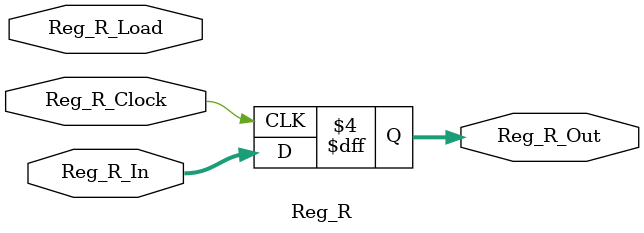
<source format=v>
module Reg_R(
Reg_R_Clock,
Reg_R_In,
Reg_R_Load,
Reg_R_Out
);

input Reg_R_Clock;
input [3:0] Reg_R_In;
input Reg_R_Load;

output[3:0] Reg_R_Out;

reg [3:0] Reg_R_Out;

always@(posedge Reg_R_Clock)
begin 
	if(Reg_R_Load)
		Reg_R_Out <= Reg_R_In;
	else 
		Reg_R_Out <= Reg_R_In;
end 

endmodule 
</source>
